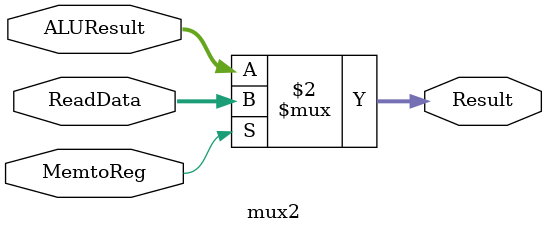
<source format=v>
module mux2(
    output [31:0] Result,
    input MemtoReg,
    input [31:0] ReadData,
    input [31:0] ALUResult
);
    assign
        Result = (MemtoReg==0) ? ALUResult : ReadData;
endmodule
</source>
